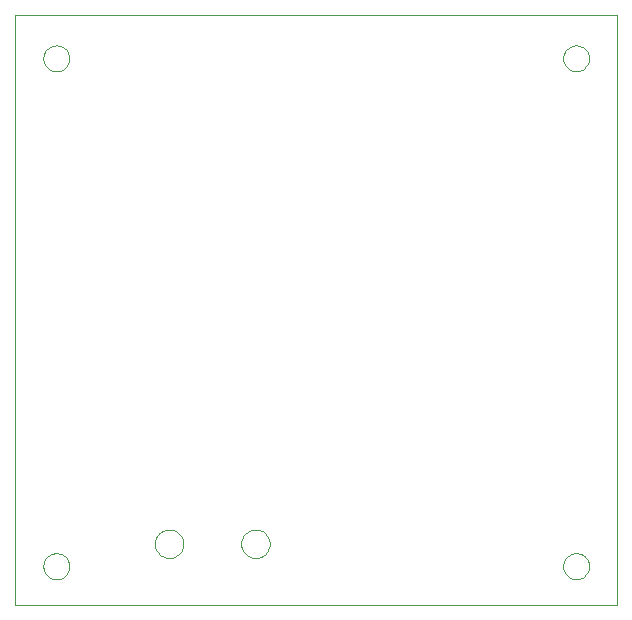
<source format=gko>
G75*
G70*
%OFA0B0*%
%FSLAX24Y24*%
%IPPOS*%
%LPD*%
%AMOC8*
5,1,8,0,0,1.08239X$1,22.5*
%
%ADD10C,0.0000*%
D10*
X009757Y001126D02*
X029835Y001126D01*
X029835Y020811D01*
X009757Y020811D01*
X009757Y001126D01*
X010701Y002425D02*
X010703Y002466D01*
X010709Y002507D01*
X010719Y002547D01*
X010732Y002586D01*
X010749Y002623D01*
X010770Y002659D01*
X010794Y002693D01*
X010821Y002724D01*
X010850Y002752D01*
X010883Y002778D01*
X010917Y002800D01*
X010954Y002819D01*
X010992Y002834D01*
X011032Y002846D01*
X011072Y002854D01*
X011113Y002858D01*
X011155Y002858D01*
X011196Y002854D01*
X011236Y002846D01*
X011276Y002834D01*
X011314Y002819D01*
X011350Y002800D01*
X011385Y002778D01*
X011418Y002752D01*
X011447Y002724D01*
X011474Y002693D01*
X011498Y002659D01*
X011519Y002623D01*
X011536Y002586D01*
X011549Y002547D01*
X011559Y002507D01*
X011565Y002466D01*
X011567Y002425D01*
X011565Y002384D01*
X011559Y002343D01*
X011549Y002303D01*
X011536Y002264D01*
X011519Y002227D01*
X011498Y002191D01*
X011474Y002157D01*
X011447Y002126D01*
X011418Y002098D01*
X011385Y002072D01*
X011351Y002050D01*
X011314Y002031D01*
X011276Y002016D01*
X011236Y002004D01*
X011196Y001996D01*
X011155Y001992D01*
X011113Y001992D01*
X011072Y001996D01*
X011032Y002004D01*
X010992Y002016D01*
X010954Y002031D01*
X010918Y002050D01*
X010883Y002072D01*
X010850Y002098D01*
X010821Y002126D01*
X010794Y002157D01*
X010770Y002191D01*
X010749Y002227D01*
X010732Y002264D01*
X010719Y002303D01*
X010709Y002343D01*
X010703Y002384D01*
X010701Y002425D01*
X014419Y003173D02*
X014421Y003216D01*
X014427Y003259D01*
X014437Y003301D01*
X014450Y003342D01*
X014467Y003382D01*
X014488Y003420D01*
X014512Y003456D01*
X014540Y003489D01*
X014570Y003520D01*
X014603Y003548D01*
X014638Y003573D01*
X014675Y003595D01*
X014715Y003613D01*
X014755Y003627D01*
X014797Y003638D01*
X014840Y003645D01*
X014883Y003648D01*
X014926Y003647D01*
X014969Y003642D01*
X015012Y003633D01*
X015053Y003621D01*
X015093Y003604D01*
X015131Y003584D01*
X015168Y003561D01*
X015202Y003535D01*
X015234Y003505D01*
X015262Y003473D01*
X015288Y003438D01*
X015311Y003401D01*
X015330Y003362D01*
X015345Y003322D01*
X015357Y003280D01*
X015365Y003238D01*
X015369Y003195D01*
X015369Y003151D01*
X015365Y003108D01*
X015357Y003066D01*
X015345Y003024D01*
X015330Y002984D01*
X015311Y002945D01*
X015288Y002908D01*
X015262Y002873D01*
X015234Y002841D01*
X015202Y002811D01*
X015168Y002785D01*
X015132Y002762D01*
X015093Y002742D01*
X015053Y002725D01*
X015012Y002713D01*
X014969Y002704D01*
X014926Y002699D01*
X014883Y002698D01*
X014840Y002701D01*
X014797Y002708D01*
X014755Y002719D01*
X014715Y002733D01*
X014675Y002751D01*
X014638Y002773D01*
X014603Y002798D01*
X014570Y002826D01*
X014540Y002857D01*
X014512Y002890D01*
X014488Y002926D01*
X014467Y002964D01*
X014450Y003004D01*
X014437Y003045D01*
X014427Y003087D01*
X014421Y003130D01*
X014419Y003173D01*
X017293Y003173D02*
X017295Y003216D01*
X017301Y003259D01*
X017311Y003301D01*
X017324Y003342D01*
X017341Y003382D01*
X017362Y003420D01*
X017386Y003456D01*
X017414Y003489D01*
X017444Y003520D01*
X017477Y003548D01*
X017512Y003573D01*
X017549Y003595D01*
X017589Y003613D01*
X017629Y003627D01*
X017671Y003638D01*
X017714Y003645D01*
X017757Y003648D01*
X017800Y003647D01*
X017843Y003642D01*
X017886Y003633D01*
X017927Y003621D01*
X017967Y003604D01*
X018005Y003584D01*
X018042Y003561D01*
X018076Y003535D01*
X018108Y003505D01*
X018136Y003473D01*
X018162Y003438D01*
X018185Y003401D01*
X018204Y003362D01*
X018219Y003322D01*
X018231Y003280D01*
X018239Y003238D01*
X018243Y003195D01*
X018243Y003151D01*
X018239Y003108D01*
X018231Y003066D01*
X018219Y003024D01*
X018204Y002984D01*
X018185Y002945D01*
X018162Y002908D01*
X018136Y002873D01*
X018108Y002841D01*
X018076Y002811D01*
X018042Y002785D01*
X018006Y002762D01*
X017967Y002742D01*
X017927Y002725D01*
X017886Y002713D01*
X017843Y002704D01*
X017800Y002699D01*
X017757Y002698D01*
X017714Y002701D01*
X017671Y002708D01*
X017629Y002719D01*
X017589Y002733D01*
X017549Y002751D01*
X017512Y002773D01*
X017477Y002798D01*
X017444Y002826D01*
X017414Y002857D01*
X017386Y002890D01*
X017362Y002926D01*
X017341Y002964D01*
X017324Y003004D01*
X017311Y003045D01*
X017301Y003087D01*
X017295Y003130D01*
X017293Y003173D01*
X028024Y002425D02*
X028026Y002466D01*
X028032Y002507D01*
X028042Y002547D01*
X028055Y002586D01*
X028072Y002623D01*
X028093Y002659D01*
X028117Y002693D01*
X028144Y002724D01*
X028173Y002752D01*
X028206Y002778D01*
X028240Y002800D01*
X028277Y002819D01*
X028315Y002834D01*
X028355Y002846D01*
X028395Y002854D01*
X028436Y002858D01*
X028478Y002858D01*
X028519Y002854D01*
X028559Y002846D01*
X028599Y002834D01*
X028637Y002819D01*
X028673Y002800D01*
X028708Y002778D01*
X028741Y002752D01*
X028770Y002724D01*
X028797Y002693D01*
X028821Y002659D01*
X028842Y002623D01*
X028859Y002586D01*
X028872Y002547D01*
X028882Y002507D01*
X028888Y002466D01*
X028890Y002425D01*
X028888Y002384D01*
X028882Y002343D01*
X028872Y002303D01*
X028859Y002264D01*
X028842Y002227D01*
X028821Y002191D01*
X028797Y002157D01*
X028770Y002126D01*
X028741Y002098D01*
X028708Y002072D01*
X028674Y002050D01*
X028637Y002031D01*
X028599Y002016D01*
X028559Y002004D01*
X028519Y001996D01*
X028478Y001992D01*
X028436Y001992D01*
X028395Y001996D01*
X028355Y002004D01*
X028315Y002016D01*
X028277Y002031D01*
X028241Y002050D01*
X028206Y002072D01*
X028173Y002098D01*
X028144Y002126D01*
X028117Y002157D01*
X028093Y002191D01*
X028072Y002227D01*
X028055Y002264D01*
X028042Y002303D01*
X028032Y002343D01*
X028026Y002384D01*
X028024Y002425D01*
X028024Y019354D02*
X028026Y019395D01*
X028032Y019436D01*
X028042Y019476D01*
X028055Y019515D01*
X028072Y019552D01*
X028093Y019588D01*
X028117Y019622D01*
X028144Y019653D01*
X028173Y019681D01*
X028206Y019707D01*
X028240Y019729D01*
X028277Y019748D01*
X028315Y019763D01*
X028355Y019775D01*
X028395Y019783D01*
X028436Y019787D01*
X028478Y019787D01*
X028519Y019783D01*
X028559Y019775D01*
X028599Y019763D01*
X028637Y019748D01*
X028673Y019729D01*
X028708Y019707D01*
X028741Y019681D01*
X028770Y019653D01*
X028797Y019622D01*
X028821Y019588D01*
X028842Y019552D01*
X028859Y019515D01*
X028872Y019476D01*
X028882Y019436D01*
X028888Y019395D01*
X028890Y019354D01*
X028888Y019313D01*
X028882Y019272D01*
X028872Y019232D01*
X028859Y019193D01*
X028842Y019156D01*
X028821Y019120D01*
X028797Y019086D01*
X028770Y019055D01*
X028741Y019027D01*
X028708Y019001D01*
X028674Y018979D01*
X028637Y018960D01*
X028599Y018945D01*
X028559Y018933D01*
X028519Y018925D01*
X028478Y018921D01*
X028436Y018921D01*
X028395Y018925D01*
X028355Y018933D01*
X028315Y018945D01*
X028277Y018960D01*
X028241Y018979D01*
X028206Y019001D01*
X028173Y019027D01*
X028144Y019055D01*
X028117Y019086D01*
X028093Y019120D01*
X028072Y019156D01*
X028055Y019193D01*
X028042Y019232D01*
X028032Y019272D01*
X028026Y019313D01*
X028024Y019354D01*
X010701Y019354D02*
X010703Y019395D01*
X010709Y019436D01*
X010719Y019476D01*
X010732Y019515D01*
X010749Y019552D01*
X010770Y019588D01*
X010794Y019622D01*
X010821Y019653D01*
X010850Y019681D01*
X010883Y019707D01*
X010917Y019729D01*
X010954Y019748D01*
X010992Y019763D01*
X011032Y019775D01*
X011072Y019783D01*
X011113Y019787D01*
X011155Y019787D01*
X011196Y019783D01*
X011236Y019775D01*
X011276Y019763D01*
X011314Y019748D01*
X011350Y019729D01*
X011385Y019707D01*
X011418Y019681D01*
X011447Y019653D01*
X011474Y019622D01*
X011498Y019588D01*
X011519Y019552D01*
X011536Y019515D01*
X011549Y019476D01*
X011559Y019436D01*
X011565Y019395D01*
X011567Y019354D01*
X011565Y019313D01*
X011559Y019272D01*
X011549Y019232D01*
X011536Y019193D01*
X011519Y019156D01*
X011498Y019120D01*
X011474Y019086D01*
X011447Y019055D01*
X011418Y019027D01*
X011385Y019001D01*
X011351Y018979D01*
X011314Y018960D01*
X011276Y018945D01*
X011236Y018933D01*
X011196Y018925D01*
X011155Y018921D01*
X011113Y018921D01*
X011072Y018925D01*
X011032Y018933D01*
X010992Y018945D01*
X010954Y018960D01*
X010918Y018979D01*
X010883Y019001D01*
X010850Y019027D01*
X010821Y019055D01*
X010794Y019086D01*
X010770Y019120D01*
X010749Y019156D01*
X010732Y019193D01*
X010719Y019232D01*
X010709Y019272D01*
X010703Y019313D01*
X010701Y019354D01*
M02*

</source>
